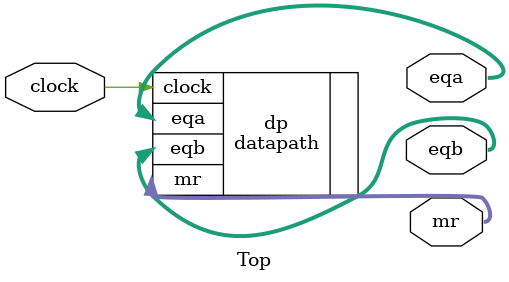
<source format=v>
`timescale 1ns / 1ps


module Top(
    input clock,
    output [31:0] eqa,
    output [31:0] eqb,
    output [31:0] mr
    );
    
    datapath dp(.clock(clock), .eqa(eqa), .eqb(eqb), .mr(mr)); 
    
    
endmodule

</source>
